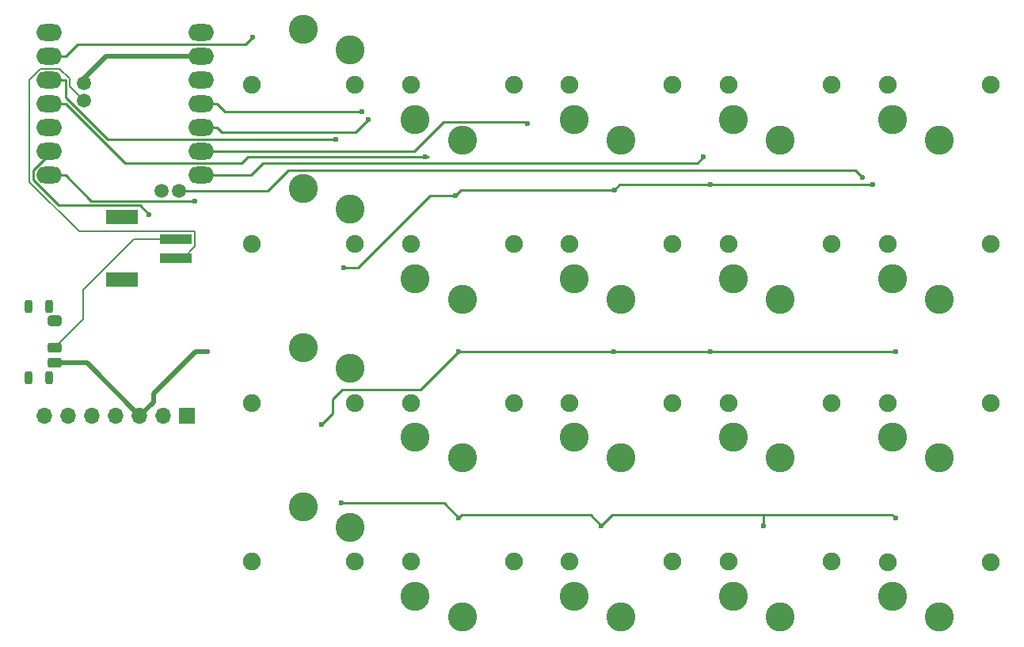
<source format=gbr>
%TF.GenerationSoftware,KiCad,Pcbnew,9.0.2*%
%TF.CreationDate,2025-12-07T23:57:28+09:00*%
%TF.ProjectId,FrostOrtho_R,46726f73-744f-4727-9468-6f5f522e6b69,rev?*%
%TF.SameCoordinates,Original*%
%TF.FileFunction,Copper,L1,Top*%
%TF.FilePolarity,Positive*%
%FSLAX46Y46*%
G04 Gerber Fmt 4.6, Leading zero omitted, Abs format (unit mm)*
G04 Created by KiCad (PCBNEW 9.0.2) date 2025-12-07 23:57:28*
%MOMM*%
%LPD*%
G01*
G04 APERTURE LIST*
G04 Aperture macros list*
%AMRoundRect*
0 Rectangle with rounded corners*
0 $1 Rounding radius*
0 $2 $3 $4 $5 $6 $7 $8 $9 X,Y pos of 4 corners*
0 Add a 4 corners polygon primitive as box body*
4,1,4,$2,$3,$4,$5,$6,$7,$8,$9,$2,$3,0*
0 Add four circle primitives for the rounded corners*
1,1,$1+$1,$2,$3*
1,1,$1+$1,$4,$5*
1,1,$1+$1,$6,$7*
1,1,$1+$1,$8,$9*
0 Add four rect primitives between the rounded corners*
20,1,$1+$1,$2,$3,$4,$5,0*
20,1,$1+$1,$4,$5,$6,$7,0*
20,1,$1+$1,$6,$7,$8,$9,0*
20,1,$1+$1,$8,$9,$2,$3,0*%
G04 Aperture macros list end*
%TA.AperFunction,WasherPad*%
%ADD10C,1.900000*%
%TD*%
%TA.AperFunction,WasherPad*%
%ADD11C,3.100000*%
%TD*%
%TA.AperFunction,SMDPad,CuDef*%
%ADD12R,3.500000X1.000000*%
%TD*%
%TA.AperFunction,SMDPad,CuDef*%
%ADD13R,3.400000X1.500000*%
%TD*%
%TA.AperFunction,SMDPad,CuDef*%
%ADD14RoundRect,0.200000X-0.200000X0.475000X-0.200000X-0.475000X0.200000X-0.475000X0.200000X0.475000X0*%
%TD*%
%TA.AperFunction,SMDPad,CuDef*%
%ADD15RoundRect,0.287500X-0.467500X0.287500X-0.467500X-0.287500X0.467500X-0.287500X0.467500X0.287500X0*%
%TD*%
%TA.AperFunction,SMDPad,CuDef*%
%ADD16RoundRect,0.262500X-0.487500X0.262500X-0.487500X-0.262500X0.487500X-0.262500X0.487500X0.262500X0*%
%TD*%
%TA.AperFunction,SMDPad,CuDef*%
%ADD17RoundRect,0.275000X-0.475000X0.275000X-0.475000X-0.275000X0.475000X-0.275000X0.475000X0.275000X0*%
%TD*%
%TA.AperFunction,ComponentPad*%
%ADD18O,2.750000X1.800000*%
%TD*%
%TA.AperFunction,ComponentPad*%
%ADD19C,1.500000*%
%TD*%
%TA.AperFunction,ComponentPad*%
%ADD20R,1.700000X1.700000*%
%TD*%
%TA.AperFunction,ComponentPad*%
%ADD21O,1.700000X1.700000*%
%TD*%
%TA.AperFunction,ViaPad*%
%ADD22C,0.600000*%
%TD*%
%TA.AperFunction,Conductor*%
%ADD23C,0.200000*%
%TD*%
%TA.AperFunction,Conductor*%
%ADD24C,0.250000*%
%TD*%
%TA.AperFunction,Conductor*%
%ADD25C,0.500000*%
%TD*%
G04 APERTURE END LIST*
D10*
%TO.P,SW15,*%
%TO.N,*%
X119000000Y-67500000D03*
D11*
X119500000Y-71200000D03*
X124500000Y-73400000D03*
D10*
X130000000Y-67500000D03*
%TD*%
%TO.P,SW20,*%
%TO.N,*%
X136000000Y-84510000D03*
D11*
X136500000Y-88210000D03*
X141500000Y-90410000D03*
D10*
X147000000Y-84510000D03*
%TD*%
D12*
%TO.P,BT1,1,+*%
%TO.N,Bat*%
X59875000Y-52000000D03*
%TO.P,BT1,2,-*%
%TO.N,Net-(BT1--)*%
X59875000Y-50000000D03*
D13*
%TO.P,BT1,P1*%
%TO.N,N/C*%
X54125000Y-47650000D03*
%TO.P,BT1,P2*%
X54125000Y-54350000D03*
%TD*%
D10*
%TO.P,SW18,*%
%TO.N,*%
X136000000Y-50500000D03*
D11*
X136500000Y-54200000D03*
X141500000Y-56400000D03*
D10*
X147000000Y-50500000D03*
%TD*%
%TO.P,SW5,*%
%TO.N,*%
X85000000Y-33500000D03*
D11*
X85500000Y-37200000D03*
X90500000Y-39400000D03*
D10*
X96000000Y-33500000D03*
%TD*%
%TO.P,SW16,*%
%TO.N,*%
X119000000Y-84500000D03*
D11*
X119500000Y-88200000D03*
X124500000Y-90400000D03*
D10*
X130000000Y-84500000D03*
%TD*%
%TO.P,SW2,*%
%TO.N,*%
X79000000Y-50500000D03*
D11*
X78500000Y-46800000D03*
X73500000Y-44600000D03*
D10*
X68000000Y-50500000D03*
%TD*%
%TO.P,SW12,*%
%TO.N,*%
X102000000Y-84500000D03*
D11*
X102500000Y-88200000D03*
X107500000Y-90400000D03*
D10*
X113000000Y-84500000D03*
%TD*%
%TO.P,SW6,*%
%TO.N,*%
X85000000Y-50500000D03*
D11*
X85500000Y-54200000D03*
X90500000Y-56400000D03*
D10*
X96000000Y-50500000D03*
%TD*%
%TO.P,SW4,*%
%TO.N,*%
X79000000Y-84500000D03*
D11*
X78500000Y-80800000D03*
X73500000Y-78600000D03*
D10*
X68000000Y-84500000D03*
%TD*%
%TO.P,SW3,*%
%TO.N,*%
X79000000Y-67500000D03*
D11*
X78500000Y-63800000D03*
X73500000Y-61600000D03*
D10*
X68000000Y-67500000D03*
%TD*%
%TO.P,SW13,*%
%TO.N,*%
X119000000Y-33500000D03*
D11*
X119500000Y-37200000D03*
X124500000Y-39400000D03*
D10*
X130000000Y-33500000D03*
%TD*%
%TO.P,SW10,*%
%TO.N,*%
X102000000Y-50500000D03*
D11*
X102500000Y-54200000D03*
X107500000Y-56400000D03*
D10*
X113000000Y-50500000D03*
%TD*%
%TO.P,SW14,*%
%TO.N,*%
X119000000Y-50500000D03*
D11*
X119500000Y-54200000D03*
X124500000Y-56400000D03*
D10*
X130000000Y-50500000D03*
%TD*%
D14*
%TO.P,SW21,*%
%TO.N,*%
X44100000Y-64825000D03*
X46310000Y-64825000D03*
X44100000Y-57175000D03*
X46310000Y-57175000D03*
D15*
%TO.P,SW21,1,A*%
%TO.N,unconnected-(SW21-A-Pad1)*%
X46955000Y-58725000D03*
D16*
%TO.P,SW21,2,B*%
%TO.N,Net-(BT1--)*%
X46960000Y-61575000D03*
D17*
%TO.P,SW21,3,C*%
%TO.N,GND*%
X46960000Y-63250000D03*
%TD*%
D10*
%TO.P,SW8,*%
%TO.N,*%
X85000000Y-84500000D03*
D11*
X85500000Y-88200000D03*
X90500000Y-90400000D03*
D10*
X96000000Y-84500000D03*
%TD*%
%TO.P,SW9,*%
%TO.N,*%
X102000000Y-33500000D03*
D11*
X102500000Y-37200000D03*
X107500000Y-39400000D03*
D10*
X113000000Y-33500000D03*
%TD*%
%TO.P,SW11,*%
%TO.N,*%
X101980000Y-67500000D03*
D11*
X102480000Y-71200000D03*
X107480000Y-73400000D03*
D10*
X112980000Y-67500000D03*
%TD*%
%TO.P,SW7,*%
%TO.N,*%
X85000000Y-67500000D03*
D11*
X85500000Y-71200000D03*
X90500000Y-73400000D03*
D10*
X96000000Y-67500000D03*
%TD*%
D18*
%TO.P,U1,1,P0.02_A0_D0*%
%TO.N,MOTION*%
X46380000Y-27924000D03*
%TO.P,U1,2,P0.03_A1_D1*%
%TO.N,Row0*%
X46380000Y-30464000D03*
%TO.P,U1,3,P0.28_A2_D2*%
%TO.N,Row1*%
X46380000Y-33004000D03*
%TO.P,U1,4,P0.29_A3_D3*%
%TO.N,Row2*%
X46380000Y-35544000D03*
%TO.P,U1,5,P0.04_A4_D4_SDA*%
%TO.N,SDIO*%
X46380000Y-38084000D03*
%TO.P,U1,6,P0.05_A5_D5_SCL*%
%TO.N,SCLK*%
X46380000Y-40624000D03*
%TO.P,U1,7,P1.11_D6_TX*%
%TO.N,Row3*%
X46380000Y-43164000D03*
%TO.P,U1,8,P1.12_D7_RX*%
%TO.N,Col3*%
X62620000Y-43164000D03*
%TO.P,U1,9,P1.13_D8_SCK*%
%TO.N,Col2*%
X62620000Y-40624000D03*
%TO.P,U1,10,P1.14_D9_MISO*%
%TO.N,Col1*%
X62620000Y-38084000D03*
%TO.P,U1,11,P1.15_D10_MOSI*%
%TO.N,Col0*%
X62620000Y-35544000D03*
%TO.P,U1,12,3V3*%
%TO.N,3.3V*%
X62620000Y-33004000D03*
%TO.P,U1,13,GND*%
%TO.N,GND*%
X62620000Y-30464000D03*
%TO.P,U1,14,5V*%
%TO.N,VCC*%
X62620000Y-27924000D03*
D19*
%TO.P,U1,15,NFC1_0.09*%
%TO.N,CS*%
X58335400Y-44856000D03*
%TO.P,U1,16,NFC2_0.10*%
%TO.N,Col4*%
X60215000Y-44856000D03*
%TO.P,U1,20,BATT+*%
%TO.N,Bat*%
X50055000Y-35227000D03*
%TO.P,U1,21,BATT-*%
%TO.N,GND*%
X50055000Y-33322000D03*
%TD*%
D10*
%TO.P,SW1,*%
%TO.N,*%
X79000000Y-33500000D03*
D11*
X78500000Y-29800000D03*
X73500000Y-27600000D03*
D10*
X68000000Y-33500000D03*
%TD*%
%TO.P,SW19,*%
%TO.N,*%
X136000000Y-67500000D03*
D11*
X136500000Y-71200000D03*
X141500000Y-73400000D03*
D10*
X147000000Y-67500000D03*
%TD*%
%TO.P,SW17,*%
%TO.N,*%
X136000000Y-33500000D03*
D11*
X136500000Y-37200000D03*
X141500000Y-39400000D03*
D10*
X147000000Y-33500000D03*
%TD*%
D20*
%TO.P,J1,1,SCLK*%
%TO.N,SCLK*%
X61100000Y-68900000D03*
D21*
%TO.P,J1,2,nCS*%
%TO.N,CS*%
X58560000Y-68900000D03*
%TO.P,J1,3,GND*%
%TO.N,GND*%
X56020000Y-68900000D03*
%TO.P,J1,4,Vin*%
%TO.N,3.3V*%
X53480000Y-68900000D03*
%TO.P,J1,5,nc*%
%TO.N,unconnected-(J1-nc-Pad5)*%
X50940000Y-68900000D03*
%TO.P,J1,6,SDIO*%
%TO.N,SDIO*%
X48400000Y-68900000D03*
%TO.P,J1,7,MOTION*%
%TO.N,MOTION*%
X45860000Y-68900000D03*
%TD*%
D22*
%TO.N,Row0*%
X68112900Y-28383200D03*
%TO.N,Row1*%
X106762200Y-44765400D03*
X89755400Y-45346400D03*
X134381500Y-44184400D03*
X77876000Y-53085100D03*
X76997800Y-39354000D03*
X117023400Y-44184400D03*
%TO.N,Row2*%
X75484400Y-69776200D03*
X106746100Y-61985800D03*
X86530000Y-41228800D03*
X117023400Y-61985800D03*
X136814300Y-61985800D03*
X90137000Y-61985800D03*
%TO.N,Row3*%
X61926200Y-45935400D03*
X136814300Y-79787200D03*
X122738600Y-80622800D03*
X105380500Y-80622800D03*
X77575500Y-78199300D03*
X90137000Y-79787200D03*
%TO.N,GND*%
X63262200Y-61985800D03*
%TO.N,SCLK*%
X57000000Y-47347600D03*
%TO.N,Col0*%
X79806800Y-36390000D03*
%TO.N,Col1*%
X80444900Y-37250000D03*
%TO.N,Col2*%
X97476400Y-37633600D03*
%TO.N,Col3*%
X116300000Y-41217500D03*
%TO.N,Col4*%
X133300000Y-43380200D03*
%TD*%
D23*
%TO.N,Bat*%
X48507700Y-32827545D02*
X47483155Y-31803000D01*
X44233500Y-32977030D02*
X44233500Y-43875755D01*
X60727000Y-52000000D02*
X59875000Y-52000000D01*
X49556745Y-49199000D02*
X61926000Y-49199000D01*
X48507700Y-33679700D02*
X48507700Y-32827545D01*
X61926000Y-49199000D02*
X61926000Y-50801000D01*
X44233500Y-43875755D02*
X49556745Y-49199000D01*
X50055000Y-35227000D02*
X48507700Y-33679700D01*
X61926000Y-50801000D02*
X60727000Y-52000000D01*
X45407530Y-31803000D02*
X44233500Y-32977030D01*
X47483155Y-31803000D02*
X45407530Y-31803000D01*
D24*
%TO.N,Row0*%
X67302200Y-29193900D02*
X49351800Y-29193900D01*
X68112900Y-28383200D02*
X67302200Y-29193900D01*
X49351800Y-29193900D02*
X48081700Y-30464000D01*
X46880000Y-30464000D02*
X48081700Y-30464000D01*
%TO.N,Row1*%
X46880000Y-33004000D02*
X48081700Y-33004000D01*
X48081700Y-33004000D02*
X48081700Y-34835300D01*
X90336400Y-44765400D02*
X89755400Y-45346400D01*
X134381500Y-44184400D02*
X117023400Y-44184400D01*
X89755400Y-45346400D02*
X87062800Y-45346400D01*
X48081700Y-34835300D02*
X52600400Y-39354000D01*
X117023400Y-44184400D02*
X107343200Y-44184400D01*
X52600400Y-39354000D02*
X76997800Y-39354000D01*
X106762200Y-44765400D02*
X90336400Y-44765400D01*
X79324100Y-53085100D02*
X77876000Y-53085100D01*
X87062800Y-45346400D02*
X79324100Y-53085100D01*
X107343200Y-44184400D02*
X106762200Y-44765400D01*
%TO.N,Row2*%
X86015700Y-66107100D02*
X77667900Y-66107100D01*
X67571000Y-41228800D02*
X86530000Y-41228800D01*
X76667700Y-67107300D02*
X76667700Y-68592900D01*
X86897500Y-41228800D02*
X86530000Y-41228800D01*
X77667900Y-66107100D02*
X76667700Y-67107300D01*
X90137000Y-61985800D02*
X86015700Y-66107100D01*
X54431600Y-41893900D02*
X66905900Y-41893900D01*
X117023400Y-61985800D02*
X106746100Y-61985800D01*
X48081700Y-35544000D02*
X54431600Y-41893900D01*
X76667700Y-68592900D02*
X75484400Y-69776200D01*
X66905900Y-41893900D02*
X67571000Y-41228800D01*
X90137000Y-61985800D02*
X106746100Y-61985800D01*
X86530000Y-41228800D02*
X86897500Y-41228800D01*
X136814300Y-61985800D02*
X117023400Y-61985800D01*
X46880000Y-35544000D02*
X48081700Y-35544000D01*
%TO.N,Row3*%
X50853100Y-45935400D02*
X48081700Y-43164000D01*
X90137000Y-79787200D02*
X90450900Y-79473300D01*
X77575500Y-78199300D02*
X88549100Y-78199300D01*
X104231000Y-79473300D02*
X105380500Y-80622800D01*
X61926200Y-45935400D02*
X50853100Y-45935400D01*
X136461800Y-79434700D02*
X122738600Y-79434700D01*
X106568600Y-79434700D02*
X105380500Y-80622800D01*
X122738600Y-79434700D02*
X122738600Y-80622800D01*
X90450900Y-79473300D02*
X104231000Y-79473300D01*
X46880000Y-43164000D02*
X48081700Y-43164000D01*
X136814300Y-79787200D02*
X136461800Y-79434700D01*
X88549100Y-78199300D02*
X90137000Y-79787200D01*
X122738600Y-79434700D02*
X106568600Y-79434700D01*
D25*
%TO.N,GND*%
X49979800Y-33246800D02*
X49979800Y-32906700D01*
X56020000Y-68900000D02*
X50370000Y-63250000D01*
X50055000Y-33322000D02*
X49979800Y-33246800D01*
X57500000Y-67420000D02*
X56020000Y-68900000D01*
X49979800Y-32906700D02*
X52422500Y-30464000D01*
X52422500Y-30464000D02*
X62120000Y-30464000D01*
X57500000Y-66490000D02*
X57500000Y-67420000D01*
X63262200Y-61985800D02*
X62004200Y-61985800D01*
X50370000Y-63250000D02*
X46960000Y-63250000D01*
X62004200Y-61985800D02*
X57500000Y-66490000D01*
D24*
%TO.N,SCLK*%
X44679000Y-42656174D02*
X44679000Y-43671826D01*
X46678200Y-40624000D02*
X46880000Y-40624000D01*
X46880000Y-40624000D02*
X46711174Y-40624000D01*
X47393574Y-46386400D02*
X56038800Y-46386400D01*
X44679000Y-43671826D02*
X47393574Y-46386400D01*
X46711174Y-40624000D02*
X44679000Y-42656174D01*
X56038800Y-46386400D02*
X57000000Y-47347600D01*
%TO.N,Col0*%
X62120000Y-35544000D02*
X64321700Y-35544000D01*
X65167700Y-36390000D02*
X79806800Y-36390000D01*
X64321700Y-35544000D02*
X65167700Y-36390000D01*
%TO.N,Col1*%
X62120000Y-38084000D02*
X64321700Y-38084000D01*
X64321700Y-38084000D02*
X64782600Y-38544900D01*
X79150000Y-38544900D02*
X80444900Y-37250000D01*
X64782600Y-38544900D02*
X79150000Y-38544900D01*
%TO.N,Col2*%
X88502500Y-37505600D02*
X97348400Y-37505600D01*
X97348400Y-37505600D02*
X97476400Y-37633600D01*
X64321700Y-40624000D02*
X85384100Y-40624000D01*
X85384100Y-40624000D02*
X88502500Y-37505600D01*
X62120000Y-40624000D02*
X64321700Y-40624000D01*
%TO.N,Col3*%
X67893200Y-43164000D02*
X69193900Y-41863300D01*
X115654200Y-41863300D02*
X116300000Y-41217500D01*
X62120000Y-43164000D02*
X67893200Y-43164000D01*
X69193900Y-41863300D02*
X115654200Y-41863300D01*
%TO.N,Col4*%
X69698200Y-44856000D02*
X71922300Y-42631900D01*
X71922300Y-42631900D02*
X132551700Y-42631900D01*
X60215000Y-44856000D02*
X69698200Y-44856000D01*
X132551700Y-42631900D02*
X133300000Y-43380200D01*
D23*
%TO.N,Net-(BT1--)*%
X50000000Y-58535000D02*
X50000000Y-55423000D01*
X55423000Y-50000000D02*
X59875000Y-50000000D01*
X50000000Y-55423000D02*
X55423000Y-50000000D01*
X46960000Y-61575000D02*
X50000000Y-58535000D01*
%TD*%
M02*

</source>
